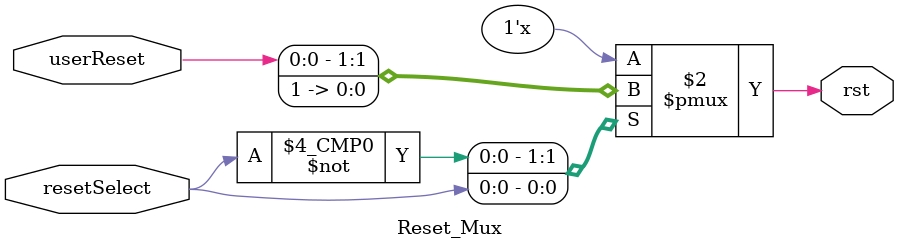
<source format=v>
`timescale 1ns / 1ps


module Reset_Mux(
    input userReset,   //btnC
    input resetSelect, //select signal
    output reg rst    
    );
    
    always@(*)begin
        case(resetSelect)
        0: begin rst<=userReset; end
        1: begin rst<=1; end
        endcase
    end
endmodule

</source>
